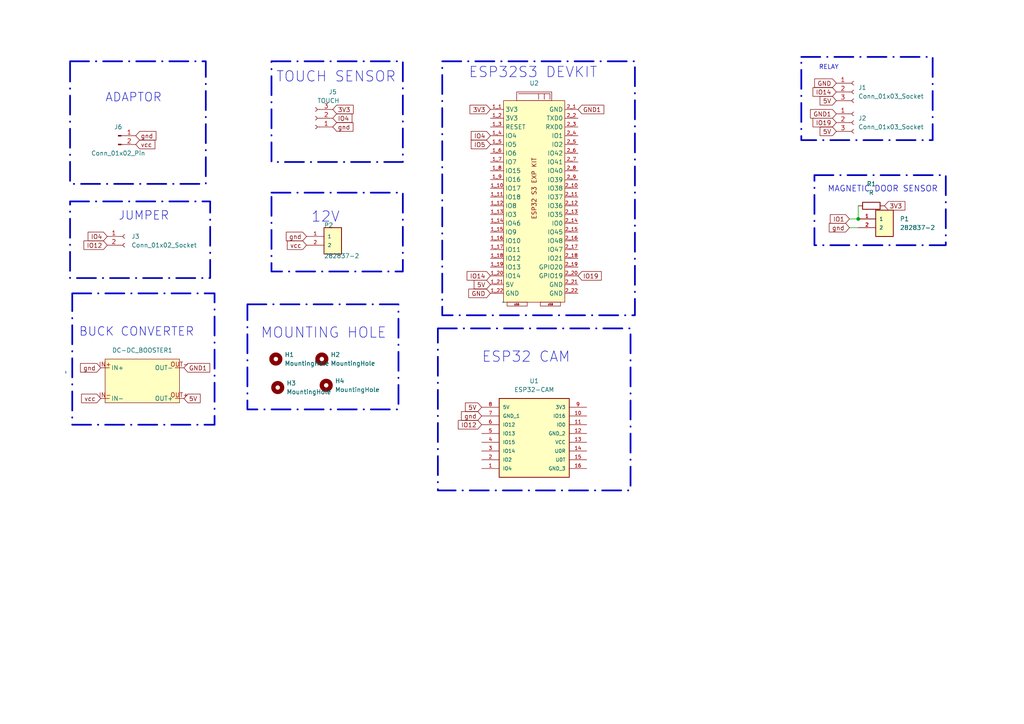
<source format=kicad_sch>
(kicad_sch (version 20230121) (generator eeschema)
  (paper "A4")
  (lib_symbols
    (symbol "Connector:Conn_01x02_Pin" (pin_names (offset 1.016) hide)
      (property "Reference" "J" (at 0 2.54 0))
      (property "Value" "Conn_01x02_Pin" (at 0 -5.08 0))
      (symbol "Conn_01x02_Pin_1_1"
        (polyline (pts (xy 1.27 -2.54) (xy 0.8636 -2.54)) (stroke (width 0.1524)))
        (polyline (pts (xy 1.27 0) (xy 0.8636 0)) (stroke (width 0.1524)))
        (rectangle (start 0.8636 -2.413) (end 0 -2.667) (stroke (width 0.1524)) (fill (type outline)))
        (rectangle (start 0.8636 0.127) (end 0 -0.127) (stroke (width 0.1524)) (fill (type outline)))
        (pin passive line (at 5.08 0 180) (length 3.81) (name "Pin_1") (number "1"))
        (pin passive line (at 5.08 -2.54 180) (length 3.81) (name "Pin_2") (number "2"))
      )
    )
    (symbol "Connector:Conn_01x02_Socket" (pin_names (offset 1.016) hide)
      (property "Reference" "J" (at 0 2.54 0))
      (property "Value" "Conn_01x02_Socket" (at 0 -5.08 0))
      (symbol "Conn_01x02_Socket_1_1"
        (arc (start 0 -2.032) (mid -0.5058 -2.54) (end 0 -3.048) (stroke (width 0.1524)))
        (polyline (pts (xy -1.27 -2.54) (xy -0.508 -2.54)) (stroke (width 0.1524)))
        (polyline (pts (xy -1.27 0) (xy -0.508 0)) (stroke (width 0.1524)))
        (arc (start 0 0.508) (mid -0.5058 0) (end 0 -0.508) (stroke (width 0.1524)))
        (pin passive line (at -5.08 0 0) (length 3.81) (name "Pin_1") (number "1"))
        (pin passive line (at -5.08 -2.54 0) (length 3.81) (name "Pin_2") (number "2"))
      )
    )
    (symbol "Connector:Conn_01x03_Socket" (pin_names (offset 1.016) hide)
      (property "Reference" "J" (at 0 5.08 0))
      (property "Value" "Conn_01x03_Socket" (at 0 -5.08 0))
      (symbol "Conn_01x03_Socket_1_1"
        (arc (start 0 -2.032) (mid -0.5058 -2.54) (end 0 -3.048) (stroke (width 0.1524)))
        (polyline (pts (xy -1.27 -2.54) (xy -0.508 -2.54)) (stroke (width 0.1524)))
        (polyline (pts (xy -1.27 0) (xy -0.508 0)) (stroke (width 0.1524)))
        (polyline (pts (xy -1.27 2.54) (xy -0.508 2.54)) (stroke (width 0.1524)))
        (arc (start 0 0.508) (mid -0.5058 0) (end 0 -0.508) (stroke (width 0.1524)))
        (arc (start 0 3.048) (mid -0.5058 2.54) (end 0 2.032) (stroke (width 0.1524)))
        (pin passive line (at -5.08 2.54 0) (length 3.81) (name "Pin_1") (number "1"))
        (pin passive line (at -5.08 0 0) (length 3.81) (name "Pin_2") (number "2"))
        (pin passive line (at -5.08 -2.54 0) (length 3.81) (name "Pin_3") (number "3"))
      )
    )
    (symbol "Device:R" (pin_numbers hide) (pin_names (offset 0))
      (property "Reference" "R" (at 2.032 0 90))
      (property "Value" "R" (at 0 0 90))
      (symbol "R_0_1"
        (rectangle (start -1.016 -2.54) (end 1.016 2.54) (stroke (width 0.254)))
      )
      (symbol "R_1_1"
        (pin passive line (at 0 3.81 270) (length 1.27) (name "~") (number "1"))
        (pin passive line (at 0 -3.81 90) (length 1.27) (name "~") (number "2"))
      )
    )
    (symbol "Esp32 Cam:ESP32-CAM" (pin_names (offset 1.016))
      (property "Reference" "U" (at 26.67 7.62 0))
      (property "Value" "ESP32-CAM" (at 26.67 5.08 0))
      (symbol "ESP32-CAM_0_0"
        (rectangle (start 5.08 -20.32) (end 25.4 2.54) (stroke (width 0.254)) (fill (type background)))
        (pin bidirectional line (at 0 -17.78 0) (length 5.08) (name "IO4") (number "1"))
        (pin bidirectional line (at 30.48 -2.54 180) (length 5.08) (name "IO16") (number "10"))
        (pin bidirectional line (at 30.48 -5.08 180) (length 5.08) (name "IO0") (number "11"))
        (pin bidirectional line (at 30.48 -7.62 180) (length 5.08) (name "GND_2") (number "12"))
        (pin bidirectional line (at 30.48 -10.16 180) (length 5.08) (name "VCC") (number "13"))
        (pin bidirectional line (at 30.48 -12.7 180) (length 5.08) (name "U0R") (number "14"))
        (pin bidirectional line (at 30.48 -15.24 180) (length 5.08) (name "U0T") (number "15"))
        (pin bidirectional line (at 30.48 -17.78 180) (length 5.08) (name "GND_3") (number "16"))
        (pin bidirectional line (at 0 -15.24 0) (length 5.08) (name "IO2") (number "2"))
        (pin bidirectional line (at 0 -12.7 0) (length 5.08) (name "IO14") (number "3"))
        (pin bidirectional line (at 0 -10.16 0) (length 5.08) (name "IO15") (number "4"))
        (pin bidirectional line (at 0 -7.62 0) (length 5.08) (name "IO13") (number "5"))
        (pin bidirectional line (at 0 -5.08 0) (length 5.08) (name "IO12") (number "6"))
        (pin bidirectional line (at 0 -2.54 0) (length 5.08) (name "GND_1") (number "7"))
        (pin bidirectional line (at 0 0 0) (length 5.08) (name "5V") (number "8"))
        (pin bidirectional line (at 30.48 0 180) (length 5.08) (name "3V3") (number "9"))
      )
    )
    (symbol "Esp32S3:ESP32S3-BRD"
      (property "Reference" "U" (at 1.905 59.69 0))
      (symbol "ESP32S3-BRD_1_1"
        (polyline (pts (xy 10.16 60.452) (xy 10.16 58.801)))
        (polyline (pts (xy 11.811 60.452) (xy 11.811 58.801)))
        (polyline (pts (xy 4.318 60.452) (xy 13.462 60.452) (xy 13.462 58.801)))
        (polyline (pts (xy 0 58.42) (xy 17.78 58.42) (xy 17.78 0) (xy 0 0) (xy 0 58.42)) (fill (type background)))
        (rectangle (start 1.016 0) (end 6.858 -1.143))
        (rectangle (start 3.81 60.96) (end 13.97 58.42))
        (rectangle (start 10.668 0) (end 16.51 -1.143))
        (text "ESP32 S3 EXP KIT\n" (at 8.89 33.02 900) (effects (font (size 1.27 1.27))))
        (text "USB" (at 3.81 -0.635 0) (effects (font (size 0.5 0.5))))
        (text "USB" (at 13.589 -0.635 0) (effects (font (size 0.5 0.5))))
        (pin power_out line (at -3.81 55.88 0) (length 3.81) (name "3V3") (number "1_1"))
        (pin input line (at -3.81 33.02 0) (length 3.81) (name "IO17") (number "1_10"))
        (pin input line (at -3.81 30.48 0) (length 3.81) (name "IO18") (number "1_11"))
        (pin input line (at -3.81 27.94 0) (length 3.81) (name "IO8") (number "1_12"))
        (pin input line (at -3.81 25.4 0) (length 3.81) (name "IO3") (number "1_13"))
        (pin input line (at -3.81 22.86 0) (length 3.81) (name "IO46") (number "1_14"))
        (pin input line (at -3.81 20.32 0) (length 3.81) (name "IO9") (number "1_15"))
        (pin input line (at -3.81 17.78 0) (length 3.81) (name "IO10") (number "1_16"))
        (pin input line (at -3.81 15.24 0) (length 3.81) (name "IO11") (number "1_17"))
        (pin input line (at -3.81 12.7 0) (length 3.81) (name "IO12") (number "1_18"))
        (pin input line (at -3.81 10.16 0) (length 3.81) (name "IO13") (number "1_19"))
        (pin power_out line (at -3.81 53.34 0) (length 3.81) (name "3V3") (number "1_2"))
        (pin input line (at -3.81 7.62 0) (length 3.81) (name "IO14") (number "1_20"))
        (pin power_in line (at -3.81 5.08 0) (length 3.81) (name "5V") (number "1_21"))
        (pin input line (at -3.81 2.54 0) (length 3.81) (name "GND") (number "1_22"))
        (pin input line (at -3.81 50.8 0) (length 3.81) (name "RESET") (number "1_3"))
        (pin input line (at -3.81 48.26 0) (length 3.81) (name "IO4") (number "1_4"))
        (pin input line (at -3.81 45.72 0) (length 3.81) (name "IO5") (number "1_5"))
        (pin input line (at -3.81 43.18 0) (length 3.81) (name "IO6") (number "1_6"))
        (pin input line (at -3.81 40.64 0) (length 3.81) (name "IO7") (number "1_7"))
        (pin input line (at -3.81 38.1 0) (length 3.81) (name "IO15") (number "1_8"))
        (pin input line (at -3.81 35.56 0) (length 3.81) (name "IO16") (number "1_9"))
        (pin input line (at 21.59 55.88 180) (length 3.81) (name "GND") (number "2_1"))
        (pin input line (at 21.59 33.02 180) (length 3.81) (name "IO38") (number "2_10"))
        (pin input line (at 21.59 30.48 180) (length 3.81) (name "IO37") (number "2_11"))
        (pin input line (at 21.59 27.94 180) (length 3.81) (name "IO36") (number "2_12"))
        (pin input line (at 21.59 25.4 180) (length 3.81) (name "IO35") (number "2_13"))
        (pin input line (at 21.59 22.86 180) (length 3.81) (name "IO0") (number "2_14"))
        (pin input line (at 21.59 20.32 180) (length 3.81) (name "IO45") (number "2_15"))
        (pin input line (at 21.59 17.78 180) (length 3.81) (name "IO48") (number "2_16"))
        (pin input line (at 21.59 15.24 180) (length 3.81) (name "IO47") (number "2_17"))
        (pin input line (at 21.59 12.7 180) (length 3.81) (name "IO21") (number "2_18"))
        (pin input line (at 21.59 10.16 180) (length 3.81) (name "GPIO20") (number "2_19"))
        (pin input line (at 21.59 53.34 180) (length 3.81) (name "TXD0") (number "2_2"))
        (pin input line (at 21.59 7.62 180) (length 3.81) (name "GPIO19") (number "2_20"))
        (pin input line (at 21.59 5.08 180) (length 3.81) (name "GND") (number "2_21"))
        (pin input line (at 21.59 2.54 180) (length 3.81) (name "GND") (number "2_22"))
        (pin input line (at 21.59 50.8 180) (length 3.81) (name "RXD0") (number "2_3"))
        (pin input line (at 21.59 48.26 180) (length 3.81) (name "IO1") (number "2_4"))
        (pin input line (at 21.59 45.72 180) (length 3.81) (name "IO2") (number "2_5"))
        (pin input line (at 21.59 43.18 180) (length 3.81) (name "IO42") (number "2_6"))
        (pin input line (at 21.59 40.64 180) (length 3.81) (name "IO41") (number "2_7"))
        (pin input line (at 21.59 38.1 180) (length 3.81) (name "IO40") (number "2_8"))
        (pin input line (at 21.59 35.4717 180) (length 3.81) (name "IO39") (number "2_9"))
      )
    )
    (symbol "JAAT:282837-2" (pin_names (offset 1.016))
      (property "Reference" "P" (at -2.5406 2.5438 0))
      (property "Value" "282837-2" (at -2.5424 -6.3745 0))
      (symbol "282837-2_0_0"
        (rectangle (start -2.54 -5.08) (end 2.54 2.54) (stroke (width 0.254)) (fill (type background)))
        (pin passive line (at -7.62 0 0) (length 5.08) (name "1") (number "1"))
        (pin passive line (at -7.62 -2.54 0) (length 5.08) (name "2") (number "2"))
      )
    )
    (symbol "Mechanical:MountingHole" (pin_names (offset 1.016))
      (property "Reference" "H" (at 0 5.08 0))
      (property "Value" "MountingHole" (at 0 3.175 0))
      (symbol "MountingHole_0_1"
        (circle (center 0 0) (radius 1.27) (stroke (width 1.27)))
      )
    )
    (symbol "touch sensor:BUCK_CONVERTER"
      (property "Reference" "DC-DC_BOOSTER1" (at -6.35 22.225 90))
      (property "Value" "~" (at 0 0 0))
      (symbol "BUCK_CONVERTER_1_1"
        (rectangle (start -3.81 33.02) (end 8.89 11.43) (fill (type background)))
        (pin power_in line (at -1.27 10.16 90) (length 2.54) (name "IN+") (number "IN+"))
        (pin power_in line (at 7.62 10.16 90) (length 2.54) (name "IN-") (number "IN-"))
        (pin power_out line (at 7.62 34.29 270) (length 2.54) (name "OUT+") (number "OUT+"))
        (pin power_out line (at -1.27 34.29 270) (length 2.54) (name "OUT-") (number "OUT-"))
      )
    )
  )
  (junction (at 248.92 63.5))
  (wire (pts (xy 248.92 59.69) (xy 248.92 63.5)))
  (wire (pts (xy 246.38 63.5) (xy 248.92 63.5)))
  (wire (pts (xy 246.38 66.04) (xy 248.92 66.04)))
  (rectangle (start 232.41 16.51) (end 270.51 40.64) (stroke (width 0.5) (type dash_dot)))
  (rectangle (start 114.3 17.78) (end 114.3 17.78))
  (rectangle (start 20.955 85.09) (end 62.23 123.19) (stroke (width 0.5) (type dash_dot)))
  (rectangle (start 128.27 17.78) (end 184.15 91.44) (stroke (width 0.5) (type dash_dot)))
  (rectangle (start 236.22 50.8) (end 274.32 71.12) (stroke (width 0.5) (type dash_dot)))
  (rectangle (start 78.74 55.88) (end 116.84 78.74) (stroke (width 0.5) (type dash_dot)))
  (rectangle (start 78.74 17.78) (end 116.84 46.99) (stroke (width 0.5) (type dash_dot)))
  (rectangle (start 20.32 17.78) (end 59.69 53.34) (stroke (width 0.5) (type dash_dot)))
  (rectangle (start 20.32 58.42) (end 60.96 80.645) (stroke (width 0.5) (type dash_dot)))
  (rectangle (start 127 95.25) (end 182.88 142.24) (stroke (width 0.5) (type dash_dot)))
  (rectangle (start 71.755 88.265) (end 115.57 118.745) (stroke (width 0.5) (type dash_dot)))
  (text "MOUNTING HOLE\n" (at 75.565 98.425 0) (effects (font (size 3 3)) (justify left bottom)))
  (text "ESP32S3 DEVKIT\n" (at 135.89 22.86 0) (effects (font (size 3 3)) (justify left bottom)))
  (text "BUCK CONVERTER\n" (at 22.86 97.79 0) (effects (font (size 2.5 2.5)) (justify left bottom)))
  (text "MAGNETIC DOOR SENSOR\n" (at 240.03 55.88 0) (effects (font (size 1.7 1.7)) (justify left bottom)))
  (text "RELAY\n" (at 237.49 20.32 0) (effects (font (size 1.27 1.27)) (justify left bottom)))
  (text "TOUCH SENSOR\n" (at 80.01 24.13 0) (effects (font (size 3 3)) (justify left bottom)))
  (text "12V\n" (at 90.17 64.77 0) (effects (font (size 3 3)) (justify left bottom)))
  (text "ESP32 CAM" (at 139.7 105.41 0) (effects (font (size 3 3)) (justify left bottom)))
  (text "ADAPTOR" (at 30.48 29.845 0) (effects (font (size 2.5 2.5)) (justify left bottom)))
  (text "JUMPER" (at 34.29 64.135 0) (effects (font (size 2.5 2.5)) (justify left bottom)))
  (global_label "GND" (shape input) (at 242.57 24.13 180) (property "Intersheetrefs" "${INTERSHEET_REFS}" (effects hide)))
  (global_label "IO4" (shape input) (at 31.115 68.58 180) (property "Intersheetrefs" "${INTERSHEET_REFS}" (effects hide)))
  (global_label "IO4" (shape input) (at 142.24 39.37 180) (property "Intersheetrefs" "${INTERSHEET_REFS}" (effects hide)))
  (global_label "vcc" (shape input) (at 88.9 71.12 180) (property "Intersheetrefs" "${INTERSHEET_REFS}" (effects hide)))
  (global_label "gnd" (shape input) (at 88.9 68.58 180) (property "Intersheetrefs" "${INTERSHEET_REFS}" (effects hide)))
  (global_label "vcc" (shape input) (at 29.21 115.57 180) (property "Intersheetrefs" "${INTERSHEET_REFS}" (effects hide)))
  (global_label "IO19" (shape input) (at 242.57 35.56 180) (property "Intersheetrefs" "${INTERSHEET_REFS}" (effects hide)))
  (global_label "3V3" (shape input) (at 96.52 31.75 0) (property "Intersheetrefs" "${INTERSHEET_REFS}" (effects hide)))
  (global_label "IO1" (shape input) (at 246.38 63.5 180) (property "Intersheetrefs" "${INTERSHEET_REFS}" (effects hide)))
  (global_label "GND1" (shape input) (at 167.64 31.75 0) (property "Intersheetrefs" "${INTERSHEET_REFS}" (effects hide)))
  (global_label "5V" (shape input) (at 242.57 29.21 180) (property "Intersheetrefs" "${INTERSHEET_REFS}" (effects hide)))
  (global_label "IO4" (shape input) (at 96.52 34.29 0) (property "Intersheetrefs" "${INTERSHEET_REFS}" (effects hide)))
  (global_label "5V" (shape input) (at 242.57 38.1 180) (property "Intersheetrefs" "${INTERSHEET_REFS}" (effects hide)))
  (global_label "IO14" (shape input) (at 142.24 80.01 180) (property "Intersheetrefs" "${INTERSHEET_REFS}" (effects hide)))
  (global_label "IO12" (shape input) (at 31.115 71.12 180) (property "Intersheetrefs" "${INTERSHEET_REFS}" (effects hide)))
  (global_label "gnd" (shape input) (at 139.7 120.65 180) (property "Intersheetrefs" "${INTERSHEET_REFS}" (effects hide)))
  (global_label "GND1" (shape input) (at 242.57 33.02 180) (property "Intersheetrefs" "${INTERSHEET_REFS}" (effects hide)))
  (global_label "3V3" (shape input) (at 142.24 31.75 180) (property "Intersheetrefs" "${INTERSHEET_REFS}" (effects hide)))
  (global_label "gnd" (shape input) (at 246.38 66.04 180) (property "Intersheetrefs" "${INTERSHEET_REFS}" (effects hide)))
  (global_label "3V3" (shape input) (at 256.54 59.69 0) (property "Intersheetrefs" "${INTERSHEET_REFS}" (effects hide)))
  (global_label "IO5" (shape input) (at 142.24 41.91 180) (property "Intersheetrefs" "${INTERSHEET_REFS}" (effects hide)))
  (global_label "5V" (shape input) (at 142.24 82.55 180) (property "Intersheetrefs" "${INTERSHEET_REFS}" (effects hide)))
  (global_label "IO19" (shape input) (at 167.64 80.01 0) (property "Intersheetrefs" "${INTERSHEET_REFS}" (effects hide)))
  (global_label "GND1" (shape input) (at 53.34 106.68 0) (property "Intersheetrefs" "${INTERSHEET_REFS}" (effects hide)))
  (global_label "5V" (shape input) (at 139.7 118.11 180) (property "Intersheetrefs" "${INTERSHEET_REFS}" (effects hide)))
  (global_label "gnd" (shape input) (at 96.52 36.83 0) (property "Intersheetrefs" "${INTERSHEET_REFS}" (effects hide)))
  (global_label "IO14" (shape input) (at 242.57 26.67 180) (property "Intersheetrefs" "${INTERSHEET_REFS}" (effects hide)))
  (global_label "gnd" (shape input) (at 29.21 106.68 180) (property "Intersheetrefs" "${INTERSHEET_REFS}" (effects hide)))
  (global_label "IO12" (shape input) (at 139.7 123.19 180) (property "Intersheetrefs" "${INTERSHEET_REFS}" (effects hide)))
  (global_label "gnd" (shape input) (at 39.37 39.37 0) (property "Intersheetrefs" "${INTERSHEET_REFS}" (effects hide)))
  (global_label "5V" (shape input) (at 53.34 115.57 0) (property "Intersheetrefs" "${INTERSHEET_REFS}" (effects hide)))
  (global_label "vcc" (shape input) (at 39.37 41.91 0) (property "Intersheetrefs" "${INTERSHEET_REFS}" (effects hide)))
  (global_label "GND" (shape input) (at 142.24 85.09 180) (property "Intersheetrefs" "${INTERSHEET_REFS}" (effects hide)))
  (symbol (lib_id "Connector:Conn_01x03_Socket") (at 91.44 34.29 180) (unit 1)
    (property "Reference" "J5" (at 96.52 26.67 0))
    (property "Value" "TOUCH" (at 95.25 29.21 0))
    (property "Footprint" "Connector_PinHeader_2.54mm:PinHeader_1x03_P2.54mm_Vertical" (effects hide))
  )
  (symbol (lib_id "JAAT:282837-2") (at 96.52 68.58 0) (unit 1)
    (property "Reference" "P2" (at 93.9794 66.0362 0) (effects (justify left bottom)))
    (property "Value" "282837-2" (at 93.9776 74.9545 0) (effects (justify left bottom)))
    (property "Footprint" "12V CONNECTOR:TE_282837-2" (effects hide))
    (property "Comment" "282837-2" (effects hide))
    (property "MF" "TE Connectivity" (effects hide))
    (property "DESCRIPTION" "TERMINAL BLOCK 3.5MM 2POS PCB" (effects hide))
    (property "PACKAGE" "None" (effects hide))
    (property "PRICE" "0.28 USD" (effects hide))
    (property "Package" "None" (effects hide))
    (property "Check_prices" "https://www.snapeda.com/parts/282837-2/TE+Connectivity+AMP+Connectors/view-part/?ref=eda" (effects hide))
    (property "Price" "None" (effects hide))
    (property "PARTREV" "G3" (effects hide))
    (property "SnapEDA_Link" "https://www.snapeda.com/parts/282837-2/TE+Connectivity+AMP+Connectors/view-part/?ref=snap" (effects hide))
    (property "MP" "282837-2" (effects hide))
    (property "Purchase-URL" "https://pricing.snapeda.com/search?q=282837-2&ref=eda" (effects hide))
    (property "Availability" "In Stock" (effects hide))
    (property "AVAILABILITY" "Good" (effects hide))
    (property "Description" "\nConnector Terminal Blocks Receptacle 2 Position 5.08mm Solder Straight Thru-Hole 13.5A/Contact\n" (effects hide))
  )
  (symbol (lib_id "Mechanical:MountingHole") (at 80.5599 112.4035 0) (unit 1)
    (property "Reference" "H3" (at 83.0999 111.1335 0) (effects (justify left)))
    (property "Value" "MountingHole" (at 83.0999 113.6735 0) (effects (justify left)))
    (property "Footprint" "MountingHole:MountingHole_3.2mm_M3" (effects hide))
  )
  (symbol (lib_id "Connector:Conn_01x02_Socket") (at 36.195 68.58 0) (unit 1)
    (property "Reference" "J3" (at 38.1 68.58 0) (effects (justify left)))
    (property "Value" "Conn_01x02_Socket" (at 38.1 71.12 0) (effects (justify left)))
    (property "Footprint" "Connector_PinHeader_2.54mm:PinHeader_1x02_P2.54mm_Vertical" (effects hide))
  )
  (symbol (lib_id "touch sensor:BUCK_CONVERTER") (at 19.05 107.95 270) (unit 1)
    (property "Reference" "DC-DC_BOOSTER1" (at 41.275 101.6 90))
    (property "Value" "~" (at 19.05 107.95 0))
    (property "Footprint" "12V CONNECTOR:BUCK CONVERTER" (effects hide))
  )
  (symbol (lib_id "Esp32 Cam:ESP32-CAM") (at 139.7 118.11 0) (unit 1)
    (property "Reference" "U1" (at 154.94 110.49 0))
    (property "Value" "ESP32-CAM" (at 154.94 113.03 0))
    (property "Footprint" "ESP32 CAM:ESP32-CAM" (effects hide))
    (property "MANUFACTURER_NAME" "Ai-Thinker" (effects hide))
    (property "MF" "AI-Thinker" (effects hide))
    (property "DESCRIPTION" "Modules PCBA Module RoHS" (effects hide))
    (property "Price" "None" (effects hide))
    (property "Package" "None" (effects hide))
    (property "Check_prices" "https://www.snapeda.com/parts/ESP32-CAM/AI-Thinker/view-part/?ref=eda" (effects hide))
    (property "HEIGHT" "5mm" (effects hide))
    (property "MP" "ESP32-CAM" (effects hide))
    (property "SnapEDA_Link" "https://www.snapeda.com/parts/ESP32-CAM/AI-Thinker/view-part/?ref=snap" (effects hide))
    (property "Description" "\nESP32 ESP32 Transceiver; 802.11 a/b/g/n (Wi-Fi, WiFi, WLAN), Bluetooth® Smart 4.x Low Energy (BLE) Evaluation Board\n" (effects hide))
    (property "Availability" "Not in stock" (effects hide))
    (property "MANUFACTURER_PART_NUMBER" "ESP32-CAM" (effects hide))
  )
  (symbol (lib_id "Mechanical:MountingHole") (at 80.01 104.14 0) (unit 1)
    (property "Reference" "H1" (at 82.55 102.87 0) (effects (justify left)))
    (property "Value" "MountingHole" (at 82.55 105.41 0) (effects (justify left)))
    (property "Footprint" "MountingHole:MountingHole_3.2mm_M3" (effects hide))
  )
  (symbol (lib_id "Connector:Conn_01x03_Socket") (at 247.65 26.67 0) (unit 1)
    (property "Reference" "J1" (at 248.92 25.4 0) (effects (justify left)))
    (property "Value" "Conn_01x03_Socket" (at 248.92 27.94 0) (effects (justify left)))
    (property "Footprint" "12V CONNECTOR:RELAY" (effects hide))
  )
  (symbol (lib_id "Mechanical:MountingHole") (at 93.345 104.14 0) (unit 1)
    (property "Reference" "H2" (at 95.885 102.87 0) (effects (justify left)))
    (property "Value" "MountingHole" (at 95.885 105.41 0) (effects (justify left)))
    (property "Footprint" "MountingHole:MountingHole_3.2mm_M3" (effects hide))
  )
  (symbol (lib_id "Connector:Conn_01x02_Pin") (at 34.29 39.37 0) (unit 1)
    (property "Reference" "J6" (at 34.29 36.83 0))
    (property "Value" "Conn_01x02_Pin" (at 34.29 44.45 0))
    (property "Footprint" "Connector_BarrelJack:BarrelJack_Horizontal" (effects hide))
  )
  (symbol (lib_id "JAAT:282837-2") (at 256.54 63.5 0) (unit 1)
    (property "Reference" "P1" (at 260.985 63.5 0) (effects (justify left)))
    (property "Value" "282837-2" (at 260.985 66.04 0) (effects (justify left)))
    (property "Footprint" "12V CONNECTOR:TE_282837-2" (effects hide))
    (property "Comment" "282837-2" (effects hide))
    (property "MF" "TE Connectivity" (effects hide))
    (property "DESCRIPTION" "TERMINAL BLOCK 3.5MM 2POS PCB" (effects hide))
    (property "PACKAGE" "None" (effects hide))
    (property "PRICE" "0.28 USD" (effects hide))
    (property "Package" "None" (effects hide))
    (property "Check_prices" "https://www.snapeda.com/parts/282837-2/TE+Connectivity+AMP+Connectors/view-part/?ref=eda" (effects hide))
    (property "Price" "None" (effects hide))
    (property "PARTREV" "G3" (effects hide))
    (property "SnapEDA_Link" "https://www.snapeda.com/parts/282837-2/TE+Connectivity+AMP+Connectors/view-part/?ref=snap" (effects hide))
    (property "MP" "282837-2" (effects hide))
    (property "Purchase-URL" "https://pricing.snapeda.com/search?q=282837-2&ref=eda" (effects hide))
    (property "Availability" "In Stock" (effects hide))
    (property "AVAILABILITY" "Good" (effects hide))
    (property "Description" "\nConnector Terminal Blocks Receptacle 2 Position 5.08mm Solder Straight Thru-Hole 13.5A/Contact\n" (effects hide))
  )
  (symbol (lib_id "Mechanical:MountingHole") (at 94.615 111.76 0) (unit 1)
    (property "Reference" "H4" (at 97.155 110.49 0) (effects (justify left)))
    (property "Value" "MountingHole" (at 97.155 113.03 0) (effects (justify left)))
    (property "Footprint" "MountingHole:MountingHole_3.2mm_M3" (effects hide))
  )
  (symbol (lib_id "Esp32S3:ESP32S3-BRD") (at 146.05 87.63 0) (unit 1)
    (property "Reference" "U2" (at 154.94 24.13 0))
    (property "Value" "~" (at 146.05 87.63 0))
    (property "Footprint" "Esp32S3:ESP32-S3BRD" (effects hide))
  )
  (symbol (lib_id "Device:R") (at 252.73 59.69 90) (unit 1)
    (property "Reference" "R1" (at 252.73 53.34 90))
    (property "Value" "R" (at 252.73 55.88 90))
    (property "Footprint" "Resistor_THT:R_Axial_DIN0207_L6.3mm_D2.5mm_P7.62mm_Horizontal" (effects hide))
  )
  (symbol (lib_id "Connector:Conn_01x03_Socket") (at 247.65 35.56 0) (unit 1)
    (property "Reference" "J2" (at 248.92 34.29 0) (effects (justify left)))
    (property "Value" "Conn_01x03_Socket" (at 248.92 36.83 0) (effects (justify left)))
    (property "Footprint" "12V CONNECTOR:RELAY" (effects hide))
  )
)
</source>
